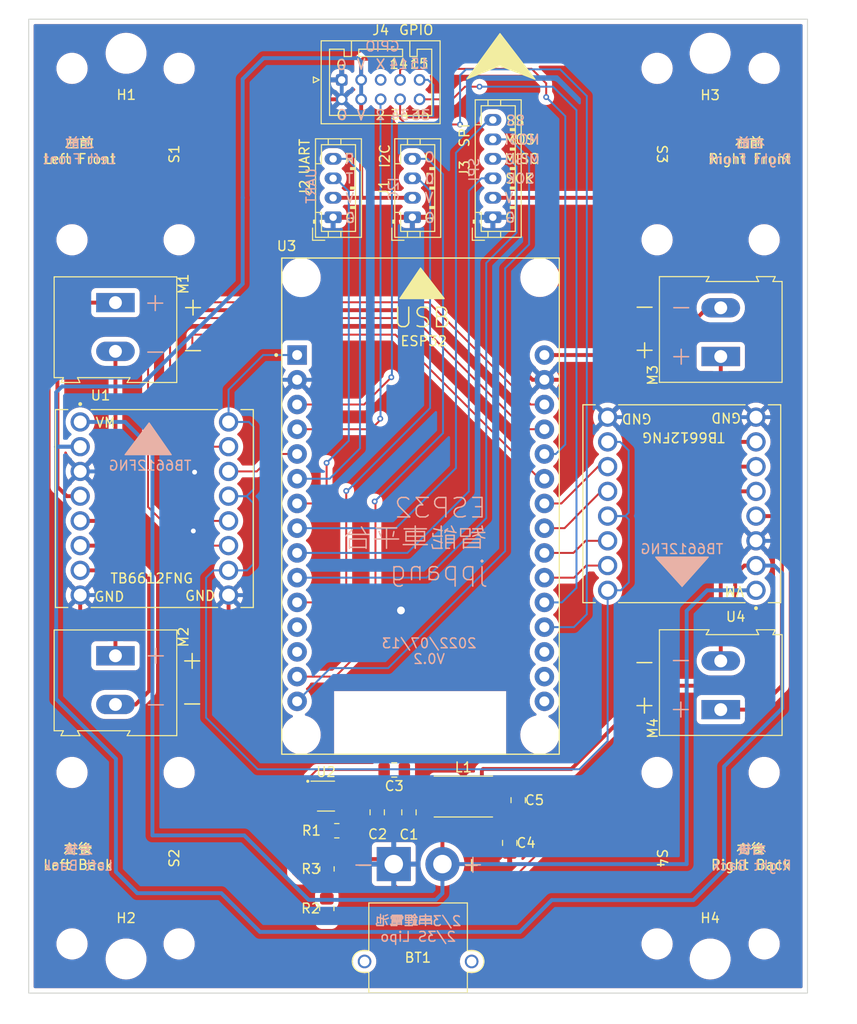
<source format=kicad_pcb>
(kicad_pcb (version 20211014) (generator pcbnew)
  (title_block (title "ESP32 Car Platform") (date "2022-07-01") (rev "V0.1") (company "jppang"))
  (layers (0 "F.Cu" signal) (31 "B.Cu" signal) (34 "B.Paste" user) (35 "F.Paste" user) (36 "B.SilkS" user "B.Silkscreen") (37 "F.SilkS" user "F.Silkscreen") (38 "B.Mask" user) (39 "F.Mask" user) (44 "Edge.Cuts" user))
  (net 0 "")
  (net 1 "+BATT")
  (net 2 "GND")
  (net 3 "Net-(C3-Pad1)")
  (net 4 "Net-(C3-Pad2)")
  (net 5 "+5V")
  (net 6 "/SDA")
  (net 7 "/SCL")
  (net 8 "/TX")
  (net 9 "/RX")
  (net 10 "/SCK")
  (net 11 "/MISO")
  (net 12 "/MOSI")
  (net 13 "/SS")
  (net 14 "/2")
  (net 15 "/15")
  (net 16 "/34")
  (net 17 "/14")
  (net 18 "/35")
  (net 19 "/LeftFrontFWD")
  (net 20 "/LeftFrontBWD")
  (net 21 "/LeftBackFWD")
  (net 22 "/LeftBackBWD")
  (net 23 "/RightFrontFWD")
  (net 24 "/RightFrontBWD")
  (net 25 "/RightBackFWD")
  (net 26 "/RightBackBWD")
  (net 27 "Net-(R1-Pad2)")
  (net 28 "Net-(R2-Pad2)")
  (net 29 "+3V3")
  (net 30 "/LBBWD")
  (net 31 "/LBFWD")
  (net 32 "/LFFWD")
  (net 33 "/LFBWD")
  (net 36 "/RFBWD")
  (net 37 "/RFFWD")
  (net 38 "/RBFWD")
  (net 39 "/RBBWD")
  (footprint "Resistor_SMD:R_0805_2012Metric_Pad1.20x1.40mm_HandSolder" (layer "F.Cu") (at 101.73 145.53 90)
    (fp_text reference "R2")
    (fp_text value "24.6K")
  )
  (footprint "Resistor_SMD:R_0805_2012Metric_Pad1.20x1.40mm_HandSolder" (layer "F.Cu") (at 102.76 137.55 180)
    (fp_text reference "R1")
    (fp_text value "200K")
  )
  (footprint "MountingHole:MountingHole_N20_Motor_2.2mm_M2" (layer "F.Cu") (at 86.56 140.37 90)
    (fp_text reference "S2")
    (fp_text value "Mounting_Jack_N20_Motor")
  )
  (footprint "Capacitor_SMD:C_0805_2012Metric_Pad1.18x1.45mm_HandSolder" (layer "F.Cu") (at 110.17 135.66 -90)
    (fp_text reference "C1")
    (fp_text value "22uF")
  )
  (footprint "Connector_JST:JST_PH_B4B-PH-K_1x04_P2.00mm_Vertical" (layer "F.Cu") (at 102.38 74.56 90)
    (fp_text reference "J2")
    (fp_text value "UART")
  )
  (footprint "MountingHole:MountingHole_3.2mm_M3" (layer "F.Cu") (at 81.11 150.72)
    (fp_text reference "H2")
    (fp_text value "MountingHole")
  )
  (footprint "MountingHole:MountingHole_N20_Motor_2.2mm_M2" (layer "F.Cu") (at 135.66 140.37 -90)
    (fp_text reference "S4")
    (fp_text value "Mounting_Jack_N20_Motor")
  )
  (footprint "MountingHole:MountingHole_3.2mm_M3" (layer "F.Cu") (at 141.11 150.72)
    (fp_text reference "H4")
    (fp_text value "MountingHole")
  )
  (footprint "MountingHole:MountingHole_3.2mm_M3" (layer "F.Cu") (at 141.11 57.72)
    (fp_text reference "H3")
    (fp_text value "MountingHole")
  )
  (footprint "TB6612FNG:MODULE_ROB-14450" (layer "F.Cu") (at 84.02 104.4666)
    (fp_text reference "U1")
    (fp_text value "TB6612FNG-Left")
  )
  (footprint "Connector_AMASS:AMASS_XT30PW-M_1x02_P2.50mm_Horizontal" (layer "F.Cu") (at 108.61 140.975 180)
    (fp_text reference "BT1")
    (fp_text value "2or3S")
  )
  (footprint "ESP32-DEVKIT-V1:MODULE_ESP32_DEVKIT_V1" (layer "F.Cu") (at 111.3825 104.22)
    (fp_text reference "U3")
    (fp_text value "ESP32-DEVKIT-V1")
  )
  (footprint "Connector_JST:JST_PH_B6B-PH-K_1x06_P2.00mm_Vertical" (layer "F.Cu") (at 118.79 74.56 90)
    (fp_text reference "J3")
    (fp_text value "SPI")
  )
  (footprint "Capacitor_SMD:C_0805_2012Metric_Pad1.18x1.45mm_HandSolder" (layer "F.Cu") (at 108.66 131.31)
    (fp_text reference "C3")
    (fp_text value "0.1uF")
  )
  (footprint "TB6612FNG:MODULE_ROB-14450" (layer "F.Cu") (at 138.2 103.9734 180)
    (fp_text reference "U4")
    (fp_text value "TB6612FNG-Right")
  )
  (footprint "MountingHole:MountingHole_3.2mm_M3" (layer "F.Cu") (at 81.11 57.72)
    (fp_text reference "H1")
    (fp_text value "MountingHole")
  )
  (footprint "Capacitor_SMD:C_0805_2012Metric_Pad1.18x1.45mm_HandSolder" (layer "F.Cu") (at 120.52 138.8 -90)
    (fp_text reference "C4")
    (fp_text value "0.1uF")
  )
  (footprint "MountingHole:MountingHole_N20_Motor_2.2mm_M2" (layer "F.Cu") (at 86.56 68.07 90)
    (fp_text reference "S1")
    (fp_text value "Mounting_Jack_N20_Motor")
  )
  (footprint "TerminalBlock:TerminalBlock_Altech_AK300-2_P5.00mm" (layer "F.Cu") (at 142.2 88.855 90)
    (fp_text reference "M3")
    (fp_text value "RightFront")
  )
  (footprint "Inductor_SMD:L_Taiyo-Yuden_NR-40xx_HandSoldering" (layer "F.Cu") (at 115.76 134.04)
    (fp_text reference "L1")
    (fp_text value "3.3uH")
  )
  (footprint "TerminalBlock:TerminalBlock_Altech_AK300-2_P5.00mm" (layer "F.Cu") (at 142.2 125.115 90)
    (fp_text reference "M4")
    (fp_text value "RightBack")
  )
  (footprint "MountingHole:MountingHole_N20_Motor_2.2mm_M2" (layer "F.Cu") (at 135.66 68.07 -90)
    (fp_text reference "S3")
    (fp_text value "Mounting_Jack_N20_Motor")
  )
  (footprint "Connector_JST:JST_PUD_B10B-PUDSS_2x05_P2.00mm_Vertical" (layer "F.Cu") (at 103.2625 60.45)
    (fp_text reference "J4")
    (fp_text value "GPIO")
  )
  (footprint "Capacitor_SMD:C_0805_2012Metric_Pad1.18x1.45mm_HandSolder" (layer "F.Cu") (at 121.39 134.41 -90)
    (fp_text reference "C5")
    (fp_text value "22uF")
  )
  (footprint "Resistor_SMD:R_0805_2012Metric_Pad1.20x1.40mm_HandSolder" (layer "F.Cu") (at 101.75 141.47 90)
    (fp_text reference "R3")
    (fp_text value "4.7K")
  )
  (footprint "TerminalBlock:TerminalBlock_Altech_AK300-2_P5.00mm" (layer "F.Cu") (at 80.02 119.585 -90)
    (fp_text reference "M2")
    (fp_text value "LeftBack")
  )
  (footprint "TerminalBlock:TerminalBlock_Altech_AK300-2_P5.00mm" (layer "F.Cu") (at 80.02 83.325 -90)
    (fp_text reference "M1")
    (fp_text value "LeftFront")
  )
  (footprint "Connector_JST:JST_PH_B4B-PH-K_1x04_P2.00mm_Vertical" (layer "F.Cu") (at 110.52 74.56 90)
    (fp_text reference "J1")
    (fp_text value "I2C")
  )
  (footprint "Package_TO_SOT_SMD:TSOT-23-6_HandSoldering" (layer "F.Cu") (at 101.65 133.97)
    (fp_text reference "U2")
    (fp_text value "PW2312")
  )
  (footprint "Capacitor_SMD:C_0805_2012Metric_Pad1.18x1.45mm_HandSolder" (layer "F.Cu") (at 106.91 135.66 -90)
    (fp_text reference "C2")
    (fp_text value "0.1uF")
  )
  (gr_poly (pts (xy 138.23 112.47) (xy 135.51 109.45) (xy 140.92 109.45)) (layer "B.SilkS") (width 0.12) (fill solid))
  (gr_poly (pts (xy 85.75 98.94) (xy 81.01 98.94) (xy 83.48 95.68)) (layer "B.SilkS") (width 0.12) (fill solid))
  (gr_poly (pts (xy 85.65 98.9) (xy 81.12 98.9) (xy 83.45 95.76)) (layer "F.SilkS") (width 0.12) (fill solid))
  (gr_poly (pts (xy 138.18 112.34) (xy 135.59 109.56) (xy 140.8 109.56)) (layer "F.SilkS") (width 0.12) (fill solid))
  (gr_poly (pts (xy 113.79 82.91) (xy 109.24 82.91) (xy 111.36 79.77)) (layer "F.SilkS") (width 0.12) (fill solid))
  (gr_poly (pts (xy 123.12 60.39) (xy 119.49 58.99) (xy 116.14 60.35) (xy 119.52 55.7)) (layer "F.SilkS") (width 0.12) (fill solid))
  (gr_rect locked (start 71.11 54.22) (end 151.11 154.22) (layer "Edge.Cuts") (width 0.1) (fill none))
  (gr_text "2" (at 107.21 64.06) (layer "B.SilkS") (effects (font (size 1 1)) (justify mirror)))
  (gr_text "+" (at 84.11 83.53 180) (layer "B.SilkS") (effects (font (size 2 2)) (justify mirror)))
  (gr_text "R" (at 104.07 68.58) (layer "B.SilkS") (effects (font (size 1 1)) (justify mirror)))
  (gr_text "+" (at 138.14 88.72) (layer "B.SilkS") (effects (font (size 2 2)) (justify mirror)))
  (gr_text "-" (at 138.1 119.92) (layer "B.SilkS") (effects (font (size 2 2)) (justify mirror)))
  (gr_text "C" (at 112.33 68.4) (layer "B.SilkS") (effects (font (size 1 1)) (justify mirror)))
  (gr_text "D" (at 112.32 70.63) (layer "B.SilkS") (effects (font (size 1 1)) (justify mirror)))
  (gr_text "I2C" (at 108.59 71.66 90) (layer "B.SilkS") (effects (font (size 1 1)) (justify mirror)))
  (gr_text "SPI" (at 116.86 69.67 90) (layer "B.SilkS") (effects (font (size 1 1)) (justify mirror)))
  (gr_text "TB6612FNG" (at 83.58 100.06) (layer "B.SilkS") (effects (font (size 1 1)) (justify mirror)))
  (gr_text "-" (at 84.17 124.78 180) (layer "B.SilkS") (effects (font (size 2 2)) (justify mirror)))
  (gr_text "SCK" (at 121.62 70.59) (layer "B.SilkS") (effects (font (size 1 1)) (justify mirror)))
  (gr_text "右前\nRight Front" (at 145.237143 67.79) (layer "B.SilkS") (effects (font (size 1 1)) (justify mirror)))
  (gr_text "+" (at 84.17 119.75 180) (layer "B.SilkS") (effects (font (size 2 2)) (justify mirror)))
  (gr_text "V" (at 105.27 64.08) (layer "B.SilkS") (effects (font (size 1 1)) (justify mirror)))
  (gr_text "14" (at 109.1 58.82) (layer "B.SilkS") (effects (font (size 1 1)) (justify mirror)))
  (gr_text "G" (at 103.28 58.92) (layer "B.SilkS") (effects (font (size 1 1)) (justify mirror)))
  (gr_text "V" (at 104.1 72.6) (layer "B.SilkS") (effects (font (size 1 1)) (justify mirror)))
  (gr_text "2/3串鋰電池\n2/3S Lipo" (at 111.11 147.63) (layer "B.SilkS") (effects (font (size 1 1)) (justify mirror)))
  (gr_text "V" (at 120.44 72.59) (layer "B.SilkS") (effects (font (size 1 1)) (justify mirror)))
  (gr_text "TB6612FNG" (at 138.21 108.63) (layer "B.SilkS") (effects (font (size 1 1)) (justify mirror)))
  (gr_text "左後\nLeft Back" (at 76.19 140.33) (layer "B.SilkS") (effects (font (size 1 1)) (justify mirror)))
  (gr_text "V" (at 105.26 58.89) (layer "B.SilkS") (effects (font (size 1 1)) (justify mirror)))
  (gr_text "2022/07/13\nV0.2" (at 112.24 119.11) (layer "B.SilkS") (effects (font (size 1 1)) (justify mirror)))
  (gr_text "MOSI" (at 121.79 66.59) (layer "B.SilkS") (effects (font (size 1 1)) (justify mirror)))
  (gr_text "+" (at 138.1 124.95) (layer "B.SilkS") (effects (font (size 2 2)) (justify mirror)))
  (gr_text "SS" (at 121.14 64.63) (layer "B.SilkS") (effects (font (size 1 1)) (justify mirror)))
  (gr_text "T" (at 104.05 70.57) (layer "B.SilkS") (effects (font (size 1 1)) (justify mirror)))
  (gr_text "+" (at 116.74 140.89) (layer "B.SilkS") (effects (font (size 2 2)) (justify mirror)))
  (gr_text "34" (at 109.24 64.07) (layer "B.SilkS") (effects (font (size 1 1)) (justify mirror)))
  (gr_text "V" (at 112.23 72.56) (layer "B.SilkS") (effects (font (size 1 1)) (justify mirror)))
  (gr_text "ESP32\n智能車平台\njppang" (at 118.25 107.63) (layer "B.SilkS") (effects (font (size 2 2)) (justify left mirror)))
  (gr_text "-" (at 84.11 88.56 180) (layer "B.SilkS") (effects (font (size 2 2)) (justify mirror)))
  (gr_text "-" (at 138.14 83.69) (layer "B.SilkS") (effects (font (size 2 2)) (justify mirror)))
  (gr_text "G" (at 103.35 64.05) (layer "B.SilkS") (effects (font (size 1 1)) (justify mirror)))
  (gr_text "MISO" (at 121.81 68.61) (layer "B.SilkS") (effects (font (size 1 1)) (justify mirror)))
  (gr_text "X" (at 107.25 58.85) (layer "B.SilkS") (effects (font (size 1 1)) (justify mirror)))
  (gr_text "G" (at 112.34 74.63) (layer "B.SilkS") (effects (font (size 1 1)) (justify mirror)))
  (gr_text "右後\nRight Back" (at 145.38 140.33) (layer "B.SilkS") (effects (font (size 1 1)) (justify mirror)))
  (gr_text "左前\nLeft Front" (at 76.332857 67.79) (layer "B.SilkS") (effects (font (size 1 1)) (justify mirror)))
  (gr_text "UART" (at 100.14 71.33 90) (layer "B.SilkS") (effects (font (size 1 1)) (justify mirror)))
  (gr_text "35" (at 111.37 64.07) (layer "B.SilkS") (effects (font (size 1 1)) (justify mirror)))
  (gr_text "15" (at 111.25 58.78) (layer "B.SilkS") (effects (font (size 1 1)) (justify mirror)))
  (gr_text "-" (at 105.49 140.92) (layer "B.SilkS") (effects (font (size 2 2)) (justify mirror)))
  (gr_text "G" (at 104.16 74.64) (layer "B.SilkS") (effects (font (size 1 1)) (justify mirror)))
  (gr_text "GPIO" (at 107.45 57.02) (layer "B.SilkS") (effects (font (size 1 1)) (justify mirror)))
  (gr_text "G" (at 120.6 74.6) (layer "B.SilkS") (effects (font (size 1 1)) (justify mirror)))
  (gr_text "-" (at 134.38 83.64) (layer "F.SilkS") (effects (font (size 2 2))))
  (gr_text "VM" (at 79 95.65) (layer "F.SilkS") (effects (font (size 1 1))))
  (gr_text "+" (at 134.36 124.55) (layer "F.SilkS") (effects (font (size 2 2))))
  (gr_text "UART" (at 99.45 68.33 90) (layer "F.SilkS") (effects (font (size 1 1))))
  (gr_text "I2C" (at 107.69 68.27 90) (layer "F.SilkS") (effects (font (size 1 1))))
  (gr_text "GND" (at 142.76 95.14 180) (layer "F.SilkS") (effects (font (size 1 1))))
  (gr_text "TB6612FNG" (at 83.75 111.64) (layer "F.SilkS") (effects (font (size 1 1))))
  (gr_text "V\n" (at 120.46 72.57) (layer "F.SilkS") (effects (font (size 1 1))))
  (gr_text "G" (at 120.54 74.6) (layer "F.SilkS") (effects (font (size 1 1))))
  (gr_text "VM" (at 143.6 112.95 180) (layer "F.SilkS") (effects (font (size 1 1))))
  (gr_text "T" (at 104.06 70.57) (layer "F.SilkS") (effects (font (size 1 1))))
  (gr_text "ESP32" (at 111.69 87.28) (layer "F.SilkS") (effects (font (size 1 1))))
  (gr_text "SS" (at 121.09 64.63) (layer "F.SilkS") (effects (font (size 1 1))))
  (gr_text "V" (at 105.25 64.09) (layer "F.SilkS") (effects (font (size 1 1))))
  (gr_text "-" (at 87.99 88.41 180) (layer "F.SilkS") (effects (font (size 2 2))))
  (gr_text "-" (at 87.9 124.69 180) (layer "F.SilkS") (effects (font (size 2 2))))
  (gr_text "GND" (at 79.4 113.52) (layer "F.SilkS") (effects (font (size 1 1))))
  (gr_text "34" (at 109.25 64.04) (layer "F.SilkS") (effects (font (size 1 1))))
  (gr_text "右前\nRight Front" (at 145.157143 67.77) (layer "F.SilkS") (effects (font (size 1 1))))
  (gr_text "R" (at 104.05 68.57) (layer "F.SilkS") (effects (font (size 1 1))))
  (gr_text "35" (at 111.38 64.07) (layer "F.SilkS") (effects (font (size 1 1))))
  (gr_text "左後\nLeft Back" (at 76.18 140.25) (layer "F.SilkS") (effects (font (size 1 1))))
  (gr_text "SCK" (at 121.56 70.59) (layer "F.SilkS") (effects (font (size 1 1))))
  (gr_text "GPIO" (at 110.92 55.33) (layer "F.SilkS") (effects (font (size 1 1))))
  (gr_text "+" (at 134.38 88.06) (layer "F.SilkS") (effects (font (size 2 2))))
  (gr_text "GND" (at 133.57 95.23 180) (layer "F.SilkS") (effects (font (size 1 1))))
  (gr_text "SPI" (at 115.87 66.15 90) (layer "F.SilkS") (effects (font (size 1 1))))
  (gr_text "2" (at 107.24 64.06) (layer "F.SilkS") (effects (font (size 1 1))))
  (gr_text "+" (at 87.9 120.27 180) (layer "F.SilkS") (effects (font (size 2 2))))
  (gr_text "-" (at 134.36 120.13) (layer "F.SilkS") (effects (font (size 2 2))))
  (gr_text "D" (at 112.29 70.61) (layer "F.SilkS") (effects (font (size 1 1))))
  (gr_text "V" (at 104.09 72.61) (layer "F.SilkS") (effects (font (size 1 1))))
  (gr_text "G" (at 103.19 58.91) (layer "F.SilkS") (effects (font (size 1 1))))
  (gr_text "USB" (at 111.53 84.87) (layer "F.SilkS") (effects (font (size 2 2))))
  (gr_text "+" (at 87.99 83.99 180) (layer "F.SilkS") (effects (font (size 2 2))))
  (gr_text "15" (at 111.22 58.8) (layer "F.SilkS") (effects (font (size 1 1))))
  (gr_text "MOSI" (at 121.78 66.58) (layer "F.SilkS") (effects (font (size 1 1))))
  (gr_text "G" (at 112.24 74.62) (layer "F.SilkS") (effects (font (size 1 1))))
  (gr_text "V" (at 112.24 72.56) (layer "F.SilkS") (effects (font (size 1 1))))
  (gr_text "G" (at 104.11 74.62) (layer "F.SilkS") (effects (font (size 1 1))))
  (gr_text "V" (at 105.27 58.84) (layer "F.SilkS") (effects (font (size 1 1))))
  (gr_text "14" (at 109.12 58.82) (layer "F.SilkS") (effects (font (size 1 1))))
  (gr_text "C" (at 112.23 68.4) (layer "F.SilkS") (effects (font (size 1 1))))
  (gr_text "X" (at 107.25 58.85) (layer "F.SilkS") (effects (font (size 1 1))))
  (gr_text "左前\nLeft Front" (at 76.322857 67.77) (layer "F.SilkS") (effects (font (size 1 1))))
  (gr_text "MISO" (at 121.78 68.56) (layer "F.SilkS") (effects (font (size 1 1))))
  (gr_text "G" (at 103.22 64.07) (layer "F.SilkS") (effects (font (size 1 1))))
  (gr_text "TB6612FNG" (at 138.38 97.16 180) (layer "F.SilkS") (effects (font (size 1 1))))
  (gr_text "GND" (at 88.71 113.43) (layer "F.SilkS") (effects (font (size 1 1))))
  (gr_text "右後\nRight Back" (at 145.3 140.25) (layer "F.SilkS") (effects (font (size 1 1))))
  (segment (start 111.7 135.06) (end 111.2625 134.6225) (width 0.4) (layer "F.Cu") (net 1))
  (segment (start 113.61 138.47) (end 111.7 136.56) (width 0.4) (layer "F.Cu") (net 1))
  (segment (start 111.7 136.56) (end 111.7 135.06) (width 0.4) (layer "F.Cu") (net 1))
  (segment (start 110.17 134.6225) (end 106.91 134.6225) (width 0.4) (layer "F.Cu") (net 1))
  (segment (start 105.16 136.15) (end 105.16 133.97) (width 0.2) (layer "F.Cu") (net 1))
  (segment (start 106.91 134.6225) (end 106.2575 133.97) (width 0.4) (layer "F.Cu") (net 1))
  (segment (start 111.2625 134.6225) (end 110.17 134.6225) (width 0.4) (layer "F.Cu") (net 1))
  (segment (start 113.61 140.975) (end 113.61 138.47) (width 0.4) (layer "F.Cu") (net 1))
  (segment (start 103.76 137.55) (end 105.16 136.15) (width 0.2) (layer "F.Cu") (net 1))
  (segment (start 105.16 133.97) (end 103.36 133.97) (width 0.4) (layer "F.Cu") (net 1))
  (segment (start 106.2575 133.97) (end 105.16 133.97) (width 0.4) (layer "F.Cu") (net 1))
  (segment (start 83.82 138.03) (end 83.82 98.39) (width 0.4) (layer "B.Cu") (net 1))
  (segment (start 138.7 140.975) (end 138.7 114.97) (width 0.4) (layer "B.Cu") (net 1))
  (segment (start 113.61 143.97) (end 112.93 144.65) (width 0.4) (layer "B.Cu") (net 1))
  (segment (start 83.82 98.39) (end 81.0066 95.5766) (width 0.4) (layer "B.Cu") (net 1))
  (segment (start 140.8066 112.8634) (end 145.82 112.8634) (width 0.4) (layer "B.Cu") (net 1))
  (segment (start 113.61 140.975) (end 113.61 143.97) (width 0.4) (layer "B.Cu") (net 1))
  (segment (start 112.93 144.65) (end 99.87 144.65) (width 0.4) (layer "B.Cu") (net 1))
  (segment (start 93.25 138.03) (end 83.82 138.03) (width 0.4) (layer "B.Cu") (net 1))
  (segment (start 81.0066 95.5766) (end 76.4 95.5766) (width 0.4) (layer "B.Cu") (net 1))
  (segment (start 138.7 114.97) (end 140.8066 112.8634) (width 0.4) (layer "B.Cu") (net 1))
  (segment (start 113.61 140.975) (end 138.7 140.975) (width 0.4) (layer "B.Cu") (net 1))
  (segment (start 99.87 144.65) (end 93.25 138.03) (width 0.4) (layer "B.Cu") (net 1))
  (segment (start 97.65 133.97) (end 99.94 133.97) (width 0.4) (layer "F.Cu") (net 2))
  (segment (start 121.39 135.4475) (end 122.64 136.6975) (width 0.4) (layer "F.Cu") (net 2))
  (segment (start 110.52 74.56) (end 118.79 74.56) (width 0.4) (layer "F.Cu") (net 2))
  (segment (start 76.4 128.01) (end 76.43 128.04) (width 0.4) (layer "F.Cu") (net 2))
  (segment (start 101.76 140.46) (end 108.095 140.46) (width 0.4) (layer "F.Cu") (net 2))
  (segment (start 99.94 133.97) (end 101.39 133.97) (width 0.4) (layer "F.Cu") (net 2))
  (segment (start 108.61 138.5) (end 108.61 140.975) (width 0.4) (layer "F.Cu") (net 2))
  (segment (start 108.095 140.46) (end 108.61 140.975) (width 0.4) (layer "F.Cu") (net 2))
  (segment (start 118.79 87.18) (end 122.855 91.245) (width 0.4) (layer "F.Cu") (net 2))
  (segment (start 99.45 73.52) (end 100.49 74.56) (width 0.4) (layer "F.Cu") (net 2))
  (segment (start 124.0825 91.245) (end 126.7416 91.245) (width 0.4) (layer "F.Cu") (net 2))
  (segment (start 119.9825 139.8375) (end 115.9 143.92) (width 0.4) (layer "F.Cu") (net 2))
  (segment (start 118.79 74.56) (end 116.86 74.56) (width 0.4) (layer "F.Cu") (net 2))
  (segment (start 100.49 74.56) (end 102.38 74.56) (width 0.4) (layer "F.Cu") (net 2))
  (segment (start 108.61 138.2575) (end 108.61 138.5) (width 0.4) (layer "F.Cu") (net 2))
  (segment (start 126.7416 91.245) (end 130.58 95.0834) (width 0.4) (layer "F.Cu") (net 2))
  (segment (start 99.45 63.93) (end 99.45 73.52) (width 0.4) (layer "F.Cu") (net 2))
  (segment (start 76.43 128.04) (end 91.64 128.04) (width 0.4) (layer "F.Cu") (net 2))
  (segment (start 115.9 143.92) (end 109.41 143.92) (width 0.4) (layer "F.Cu") (net 2))
  (segment (start 91.64 121.52) (end 91.64 113.3566) (width 0.4) (layer "F.Cu") (net 2))
  (segment (start 106.91 136.6975) (end 108.61 138.3975) (width 0.4) (layer "F.Cu") (net 2))
  (segment (start 121.5025 139.8375) (end 120.52 139.8375) (width 0.4) (layer "F.Cu") (net 2))
  (segment (start 102.38 74.56) (end 110.52 74.56) (width 0.4) (layer "F.Cu") (net 2))
  (segment (start 76.4 113.3566) (end 76.4 128.01) (width 0.4) (layer "F.Cu") (net 2))
  (segment (start 108.61 138.3975) (end 108.61 138.5) (width 0.4) (layer "F.Cu") (net 2))
  (segment (start 122.855 91.245) (end 124.0825 91.245) (width 0.4) (layer "F.Cu") (net 2))
  (segment (start 120.52 139.8375) (end 119.9825 139.8375) (width 0.4) (layer "F.Cu") (net 2))
  (segment (start 108.61 143.12) (end 108.61 140.975) (width 0.4) (layer "F.Cu") (net 2))
  (segment (start 109.41 143.92) (end 108.61 143.12) (width 0.4) (layer "F.Cu") (net 2))
  (segment (start 100.06 140.47) (end 101.75 140.47) (width 0.4) (layer "F.Cu") (net 2))
  (segment (start 101.75 140.47) (end 101.76 140.46) (width 0.4) (layer "F.Cu") (net 2))
  (segment (start 99.72 140.13) (end 100.06 140.47) (width 0.4) (layer "F.Cu") (net 2))
  (segment (start 122.64 138.7) (end 121.5025 139.8375) (width 0.4) (layer "F.Cu") (net 2))
  (segment (start 106.07 74.55) (end 106.08 74.56) (width 0.4) (layer "F.Cu") (net 2))
  (segment (start 106.08 74.56) (end 110.52 74.56) (width 0.4) (layer "F.Cu") (net 2))
  (segment (start 91.64 121.52) (end 91.64 127.96) (width 0.4) (layer "F.Cu") (net 2))
  (segment (start 101.39 133.97) (end 101.66 134.24) (width 0.4) (layer "F.Cu") (net 2))
  (segment (start 101.66 134.24) (end 101.66 135.42) (width 0.4) (layer "F.Cu") (net 2))
  (segment (start 103.2625 62.45) (end 100.93 62.45) (width 0.4) (layer "F.Cu") (net 2))
  (segment (start 110.17 136.6975) (end 108.61 138.2575) (width 0.4) (layer "F.Cu") (net 2))
  (segment (start 122.64 136.6975) (end 122.64 138.7) (width 0.4) (layer "F.Cu") (net 2))
  (segment (start 100.93 62.45) (end 99.45 63.93) (width 0.4) (layer "F.Cu") (net 2))
  (segment (start 97.17 133.49) (end 97.65 133.97) (width 0.4) (layer "F.Cu") (net 2))
  (segment (start 118.79 74.56) (end 118.79 87.18) (width 0.4) (layer "F.Cu") (net 2))
  (segment (start 91.64 128.04) (end 91.64 121.52) (width 0.4) (layer "F.Cu") (net 2))
  (segment (start 101.66 135.42) (end 99.72 137.36) (width 0.4) (layer "F.Cu") (net 2))
  (segment (start 99.72 137.36) (end 99.72 140.13) (width 0.4) (layer "F.Cu") (net 2))
  (segment (start 91.64 127.96) (end 97.52 133.84) (width 0.4) (layer "F.Cu") (net 2))
  (via (at 88.15 100.73) (size 0.8) (drill 0.5) (layers "F.Cu" "B.Cu") (net 2))
  (via (at 88.02 106.77) (size 0.8) (drill 0.5) (layers "F.Cu" "B.Cu") (net 2))
  (via (at 109.35 114.93) (size 1.2) (drill 0.8) (layers "F.Cu" "B.Cu") (net 2))
  (segment (start 147.7434 95.0834) (end 148.51 95.85) (width 0.4) (layer "B.Cu") (net 2))
  (segment (start 96.885 91.245) (end 95.47 92.66) (width 0.4) (layer "B.Cu") (net 2))
  (segment (start 76.4 100.6566) (end 79.0166 100.6566) (width 0.4) (layer "B.Cu") (net 2))
  (segment (start 95.47 111.26) (end 93.3734 113.3566) (width 0.4) (layer "B.Cu") (net 2))
  (segment (start 148.51 106.65) (end 147.3766 107.7834) (width 0.4) (layer "B.Cu") (net 2))
  (segment (start 79.0334 113.3566) (end 76.4 113.3566) (width 0.4) (layer "B.Cu") (net 2))
  (segment (start 145.82 95.0834) (end 147.7434 95.0834) (width 0.4) (layer "B.Cu") (net 2))
  (segment (start 95.47 92.66) (end 95.47 111.26) (width 0.4) (layer "B.Cu") (net 2))
  (segment (start 93.3734 113.3566) (end 91.64 113.3566) (width 0.4) (layer "B.Cu") (net 2))
  (segment (start 147.3766 107.7834) (end 145.82 107.7834) (width 0.4) (layer "B.Cu") (net 2))
  (segment (start 79.66 112.73) (end 79.0334 113.3566) (width 0.4) (layer "B.Cu") (net 2))
  (segment (start 102.38 89.23) (end 100.365 91.245) (width 0.4) (layer "B.Cu") (net 2))
  (segment (start 103.2625 60.45) (end 103.2625 62.45) (width 0.4) (layer "B.Cu") (net 2))
  (segment (start 102.38 74.56) (end 102.38 89.23) (width 0.4) (layer "B.Cu") (net 2))
  (segment (start 79.0166 100.6566) (end 79.66 101.3) (width 0.4) (layer "B.Cu") (net 2))
  (segment (start 100.365 91.245) (end 98.6825 91.245) (width 0.4) (layer "B.Cu") (net 2))
  (segment (start 79.66 101.3) (end 79.66 112.73) (width 0.4) (layer "B.Cu") (net 2))
  (segment (start 148.51 95.85) (end 148.51 106.65) (width 0.4) (layer "B.Cu") (net 2))
  (segment (start 130.58 95.0834) (end 145.82 95.0834) (width 0.4) (layer "B.Cu") (net 2))
  (segment (start 98.6825 91.245) (end 96.885 91.245) (width 0.4) (layer "B.Cu") (net 2))
  (segment (start 107.6225 131.31) (end 100.7 131.31) (width 0.2) (layer "F.Cu") (net 3))
  (segment (start 99.94 132.07) (end 99.94 133.02) (width 0.2) (layer "F.Cu") (net 3))
  (segment (start 100.7 131.31) (end 99.94 132.07) (width 0.2) (layer "F.Cu") (net 3))
  (segment (start 103.36 133.02) (end 109.7 133.02) (width 0.4) (layer "F.Cu") (net 4))
  (segment (start 109.7 133.02) (end 112.84 133.02) (width 0.4) (layer "F.Cu") (net 4))
  (segment (start 112.84 133.02) (end 113.86 134.04) (width 0.4) (layer "F.Cu") (net 4))
  (segment (start 109.6975 131.31) (end 109.7 131.3125) (width 0.2) (layer "F.Cu") (net 4))
  (segment (start 109.7 131.3125) (end 109.7 133.02) (width 0.2) (layer "F.Cu") (net 4))
  (segment (start 130.76 61.25) (end 130.76 72.54) (width 0.4) (layer "F.Cu") (net 5))
  (segment (start 146.01 121.25) (end 146.01 116.62) (width 0.4) (layer "F.Cu") (net 5))
  (segment (start 120.52 137.7625) (end 120.52 136.94) (width 0.4) (layer "F.Cu") (net 5))
  (segment (start 119.04 134.04) (end 117.66 134.04) (width 0.4) (layer "F.Cu") (net 5))
  (segment (start 127.79 58.28) (end 130.76 61.25) (width 0.4) (layer "F.Cu") (net 5))
  (segment (start 116.78 146.53) (end 124.01 139.3) (width 0.2) (layer "F.Cu") (net 5))
  (segment (start 143.68 111.27) (end 144.6266 110.3234) (width 0.4) (layer "F.Cu") (net 5))
  (segment (start 119.8 134.8) (end 119.04 134.04) (width 0.4) (layer "F.Cu") (net 5))
  (segment (start 135.42 93.52) (end 135.42 122.67) (width 0.4) (layer "F.Cu") (net 5))
  (segment (start 144.6 122.66) (end 146.01 121.25) (width 0.4) (layer "F.Cu") (net 5))
  (segment (start 135.42 122.67) (end 137.68 122.67) (width 0.4) (layer "F.Cu") (net 5))
  (segment (start 119.8 136.22) (end 119.8 134.8) (width 0.4) (layer "F.Cu") (net 5))
  (segment (start 120.52 136.94) (end 119.8 136.22) (width 0.4) (layer "F.Cu") (net 5))
  (segment (start 124.0825 88.705) (end 130.605 88.705) (width 0.4) (layer "F.Cu") (net 5))
  (segment (start 144.6266 110.3234) (end 145.82 110.3234) (width 0.4) (layer "F.Cu") (net 5))
  (segment (start 121.39 133.3725) (end 119.8375 133.3725) (width 0.4) (layer "F.Cu") (net 5))
  (segment (start 124.01 134.57) (end 122.8125 133.3725) (width 0.2) (layer "F.Cu") (net 5))
  (segment (start 105.2625 58.4975) (end 105.48 58.28) (width 0.4) (layer "F.Cu") (net 5))
  (segment (start 105.09 72.56) (end 110.52 72.56) (width 0.4) (layer "F.Cu") (net 5))
  (segment (start 146.01 116.62) (end 143.68 114.29) (width 0.4) (layer "F.Cu") (net 5))
  (segment (start 122.8125 133.3725) (end 121.39 133.3725) (width 0.2) (layer "F.Cu") (net 5))
  (segment (start 119.8375 133.3725) (end 119.17 134.04) (width 0.4) (layer "F.Cu") (net 5))
  (segment (start 105.2625 72.3875) (end 105.09 72.56) (width 0.4) (layer "F.Cu") (net 5))
  (segment (start 130.76 88.55) (end 130.605 88.705) (width 0.4) (layer "F.Cu") (net 5))
  (segment (start 124.01 139.3) (end 124.01 134.57) (width 0.2) (layer "F.Cu") (net 5))
  (segment (start 135.41 122.66) (end 144.6 122.66) (width 0.4) (layer "F.Cu") (net 5))
  (segment (start 117.66 131.34) (end 117.79 131.21) (width 0.4) (layer "F.Cu") (net 5))
  (segment (start 118.79 72.56) (end 130.74 72.56) (width 0.4) (layer "F.Cu") (net 5))
  (segment (start 130.74 72.56) (end 130.76 72.54) (width 0.4) (layer "F.Cu") (net 5))
  (segment (start 119.17 134.04) (end 117.66 134.04) (width 0.4) (layer "F.Cu") (net 5))
  (segment (start 126.86 131.21) (end 135.41 122.66) (width 0.4) (layer "F.Cu") (net 5))
  (segment (start 130.605 88.705) (end 135.42 93.52) (width 0.4) (layer "F.Cu") (net 5))
  (segment (start 130.76 72.54) (end 130.76 88.55) (width 0.4) (layer "F.Cu") (net 5))
  (segment (start 117.79 131.21) (end 126.86 131.21) (width 0.4) (layer "F.Cu") (net 5))
  (segment (start 102.38 72.56) (end 105.09 72.56) (width 0.4) (layer "F.Cu") (net 5))
  (segment (start 105.2625 60.45) (end 105.2625 58.4975) (width 0.4) (layer "F.Cu") (net 5))
  (segment (start 143.68 114.29) (end 143.68 111.27) (width 0.4) (layer "F.Cu") (net 5))
  (segment (start 101.73 146.53) (end 116.78 146.53) (width 0.2) (layer "F.Cu") (net 5))
  (segment (start 105.2625 62.45) (end 105.2625 72.3875) (width 0.4) (layer "F.Cu") (net 5))
  (segment (start 117.66 134.04) (end 117.66 131.34) (width 0.4) (layer "F.Cu") (net 5))
  (segment (start 105.48 58.28) (end 127.79 58.28) (width 0.4) (layer "F.Cu") (net 5))
  (segment (start 105.2625 58.7125) (end 105.2625 60.45) (width 0.4) (layer "F.Cu") (net 5))
  (segment (start 142.54 141.52) (end 139.39 144.67) (width 0.4) (layer "B.Cu") (net 5))
  (segment (start 121.57 147.94) (end 94.87 147.94) (width 0.4) (layer "B.Cu") (net 5))
  (segment (start 93.09 72.53) (end 93.09 60.37) (width 0.4) (layer "B.Cu") (net 5))
  (segment (start 148.52 111.14) (end 148.52 124.98) (width 0.4) (layer "B.Cu") (net 5))
  (segment (start 142.54 130.96) (end 142.54 141.52) (width 0.4) (layer "B.Cu") (net 5))
  (segment (start 80.07 141.77) (end 80.07 130.17) (width 0.4) (layer "B.Cu") (net 5))
  (segment (start 73.93 98.1332) (end 73.9466 98.1166) (width 0.4) (layer "B.Cu") (net 5))
  (segment (start 124.84 144.67) (end 121.57 147.94) (width 0.4) (layer "B.Cu") (net 5))
  (segment (start 76.4 98.1166) (end 73.93 98.1166) (width 0.4) (layer "B.Cu") (net 5))
  (segment (start 73.93 92.53) (end 74.53 91.93) (width 0.4) (layer "B.Cu") (net 5))
  (segment (start 105.2625 58.5675) (end 105.2625 60.45) (width 0.4) (layer "B.Cu") (net 5))
  (segment (start 93.12 72.56) (end 93.09 72.53) (width 0.4) (layer "B.Cu") (net 5))
  (segment (start 93.09 60.37) (end 95.24 58.22) (width 0.4) (layer "B.Cu") (net 5))
  (segment (start 93.09 81.39) (end 93.09 72.53) (width 0.4) (layer "B.Cu") (net 5))
  (segment (start 73.93 98.1166) (end 73.93 92.53) (width 0.4) (layer "B.Cu") (net 5))
  (segment (start 90.89 143.96) (end 82.26 143.96) (width 0.4) (layer "B.Cu") (net 5))
  (segment (start 148.52 124.98) (end 142.54 130.96) (width 0.4) (layer "B.Cu") (net 5))
  (segment (start 74.53 91.93) (end 82.55 91.93) (width 0.4) (layer "B.Cu") (net 5))
  (segment (start 82.26 143.96) (end 80.07 141.77) (width 0.4) (layer "B.Cu") (net 5))
  (segment (start 73.93 124.03) (end 73.93 98.1332) (width 0.4) (layer "B.Cu") (net 5))
  (segment (start 104.915 58.22) (end 105.2625 58.5675) (width 0.4) (layer "B.Cu") (net 5))
  (segment (start 73.9466 98.1166) (end 76.4 98.1166) (width 0.4) (layer "B.Cu") (net 5))
  (segment (start 80.07 130.17) (end 73.93 124.03) (width 0.4) (layer "B.Cu") (net 5))
  (segment (start 145.82 110.3234) (end 147.7034 110.3234) (width 0.4) (layer "B.Cu") (net 5))
  (segment (start 147.7034 110.3234) (end 148.52 111.14) (width 0.4) (layer "B.Cu") (net 5))
  (segment (start 105.2625 60.45) (end 105.2625 62.45) (width 0.4) (layer "B.Cu") (net 5))
  (segment (start 82.55 91.93) (end 93.09 81.39) (width 0.4) (layer "B.Cu") (net 5))
  (segment (start 94.87 147.94) (end 90.89 143.96) (width 0.4) (layer "B.Cu") (net 5))
  (segment (start 95.24 58.22) (end 104.915 58.22) (width 0.4) (layer "B.Cu") (net 5))
  (segment (start 139.39 144.67) (end 124.84 144.67) (width 0.4) (layer "B.Cu") (net 5))
  (segment (start 102.375 114.105) (end 98.6825 114.105) (width 0.2) (layer "F.Cu") (net 6))
  (segment (start 111.31 70.56) (end 110.52 70.56) (width 0.2) (layer "F.Cu") (net 6))
  (segment (start 103.73 112.75) (end 102.375 114.105) (width 0.2) (layer "F.Cu") (net 6))
  (segment (start 110.52 70.56) (end 111.1 70.56) (width 0.2) (layer "F.Cu") (net 6))
  (segment (start 103.73 102.66) (end 103.73 112.75) (width 0.2) (layer "F.Cu") (net 6))
  (via (at 103.73 102.66) (size 0.6) (drill 0.3) (layers "F.Cu" "B.Cu") (net 6))
  (segment (start 112.34 71.83) (end 112.34 94.15) (width 0.2) (layer "B.Cu") (net 6))
  (segment (start 111.07 70.56) (end 112.34 71.83) (width 0.2) (layer "B.Cu") (net 6))
  (segment (start 110.52 70.56) (end 111.07 70.56) (width 0.2) (layer "B.Cu") (net 6))
  (segment (start 112.34 94.15) (end 103.83 102.66) (width 0.2) (layer "B.Cu") (net 6))
  (segment (start 103.83 102.66) (end 103.73 102.66) (width 0.2) (layer "B.Cu") (net 6))
  (segment (start 106.73 117.6) (end 106.73 103.82) (width 0.2) (layer "F.Cu") (net 7))
  (segment (start 102.605 121.725) (end 106.73 117.6) (width 0.2) (layer "F.Cu") (net 7))
  (segment (start 106.73 103.82) (end 106.65 103.74) (width 0.2) (layer "F.Cu") (net 7))
  (segment (start 98.6825 121.725) (end 102.605 121.725) (width 0.2) (layer "F.Cu") (net 7))
  (via (at 106.65 103.74) (size 0.6) (drill 0.3) (layers "F.Cu" "B.Cu") (net 7))
  (segment (start 110.52 68.56) (end 112.09 68.56) (width 0.2) (layer "B.Cu") (net 7))
  (segment (start 113.67 70.14) (end 113.67 96.72) (width 0.2) (layer "B.Cu") (net 7))
  (segment (start 112.09 68.56) (end 113.67 70.14) (width 0.2) (layer "B.Cu") (net 7))
  (segment (start 113.67 96.72) (end 106.65 103.74) (width 0.2) (layer "B.Cu") (net 7))
  (segment (start 100.345 103.945) (end 98.6825 103.945) (width 0.2) (layer "F.Cu") (net 8))
  (segment (start 101.71 99.78) (end 101.71 102.58) (width 0.2) (layer "F.Cu") (net 8))
  (segment (start 102.38 70.56) (end 101.75 70.56) (width 0.2) (layer "F.Cu") (net 8))
  (segment (start 101.71 102.58) (end 100.345 103.945) (width 0.2) (layer "F.Cu") (net 8))
  (via (at 101.71 99.78) (size 0.6) (drill 0.3) (layers "F.Cu" "B.Cu") (net 8))
  (segment (start 102.655 70.56) (end 102.38 70.56) (width 0.2) (layer "B.Cu") (net 8))
  (segment (start 103.99 97.5) (end 103.99 71.895) (width 0.2) (layer "B.Cu") (net 8))
  (segment (start 101.71 99.78) (end 103.99 97.5) (width 0.2) (layer "B.Cu") (net 8))
  (segment (start 103.99 71.895) (end 102.655 70.56) (width 0.2) (layer "B.Cu") (net 8))
  (segment (start 103.79 68.56) (end 102.38 68.56) (width 0.2) (layer "B.Cu") (net 9))
  (segment (start 105.14 98.29) (end 105.14 69.91) (width 0.2) (layer "B.Cu") (net 9))
  (segment (start 102.025 101.405) (end 105.14 98.29) (width 0.2) (layer "B.Cu") (net 9))
  (segment (start 98.6825 101.405) (end 102.025 101.405) (width 0.2) (layer "B.Cu") (net 9))
  (segment (start 105.14 69.91) (end 103.79 68.56) (width 0.2) (layer "B.Cu") (net 9))
  (segment (start 116.32 71.85) (end 116.32 102.71) (width 0.2) (layer "B.Cu") (net 10))
  (segment (start 116.32 102.71) (end 110.005 109.025) (width 0.2) (layer "B.Cu") (net 10))
  (segment (start 117.61 70.56) (end 116.32 71.85) (width 0.2) (layer "B.Cu") (net 10))
  (segment (start 118.79 70.56) (end 117.61 70.56) (width 0.2) (layer "B.Cu") (net 10))
  (segment (start 110.005 109.025) (end 98.6825 109.025) (width 0.2) (layer "B.Cu") (net 10))
  (segment (start 118.11 105.45) (end 111.995 111.565) (width 0.2) (layer "B.Cu") (net 11))
  (segment (start 121.22 69.34) (end 121.22 76.14) (width 0.2) (layer "B.Cu") (net 11))
  (segment (start 120.44 68.56) (end 121.22 69.34) (width 0.2) (layer "B.Cu") (net 11))
  (segment (start 111.995 111.565) (end 98.6825 111.565) (width 0.2) (layer "B.Cu") (net 11))
  (segment (start 121.22 76.14) (end 118.11 79.25) (width 0.2) (layer "B.Cu") (net 11))
  (segment (start 118.79 68.56) (end 120.44 68.56) (width 0.2) (layer "B.Cu") (net 11))
  (segment (start 118.11 79.25) (end 118.11 105.45) (width 0.2) (layer "B.Cu") (net 11))
  (segment (start 108.04 120.85) (end 102.0975 120.85) (width 0.2) (layer "B.Cu") (net 12))
  (segment (start 120.58 66.56) (end 122.51 68.49) (width 0.2) (layer "B.Cu") (net 12))
  (segment (start 102.0975 120.85) (end 98.6825 124.265) (width 0.2) (layer "B.Cu") (net 12))
  (segment (start 118.79 66.56) (end 120.58 66.56) (width 0.2) (layer "B.Cu") (net 12))
  (segment (start 122.51 77.35) (end 120.05 79.81) (width 0.2) (layer "B.Cu") (net 12))
  (segment (start 120.05 79.81) (end 120.05 108.84) (width 0.2) (layer "B.Cu") (net 12))
  (segment (start 122.51 68.49) (end 122.51 77.35) (width 0.2) (layer "B.Cu") (net 12))
  (segment (start 120.05 108.84) (end 108.04 120.85) (width 0.2) (layer "B.Cu") (net 12))
  (segment (start 118.79 64.56) (end 118.37 64.56) (width 0.2) (layer "B.Cu") (net 13))
  (segment (start 115 67.93) (end 115 100.31) (width 0.2) (layer "B.Cu") (net 13))
  (segment (start 118.37 64.56) (end 115 67.93) (width 0.2) (layer "B.Cu") (net 13))
  (segment (start 115 100.31) (end 108.825 106.485) (width 0.2) (layer "B.Cu") (net 13))
  (segment (start 108.825 106.485) (end 98.6825 106.485) (width 0.2) (layer "B.Cu") (net 13))
  (segment (start 107.27 95.29) (end 107.27 95.33) (width 0.2) (layer "F.Cu") (net 14))
  (segment (start 107.27 95.33) (end 106.275 96.325) (width 0.2) (layer "F.Cu") (net 14))
  (segment (start 107.22 95.24) (end 107.27 95.29) (width 0.2) (layer "F.Cu") (net 14))
  (segment (start 106.275 96.325) (end 98.6825 96.325) (width 0.2) (layer "F.Cu") (net 14))
  (via (at 107.22 95.24) (size 0.6) (drill 0.3) (layers "F.Cu" "B.Cu") (net 14))
  (segment (start 107.25 62.4625) (end 107.2625 62.45) (width 0.2) (layer "B.Cu") (net 14))
  (segment (start 107.25 95.21) (end 107.25 62.4625) (width 0.2) (layer "B.Cu") (net 14))
  (segment (start 107.22 95.24) (end 107.25 95.21) (width 0.2) (layer "B.Cu") (net 14))
  (segment (start 105.565 93.785) (end 98.6825 93.785) (width 0.2) (layer "F.Cu") (net 15))
  (segment (start 108.36 90.99) (end 105.565 93.785) (width 0.2) (layer "F.Cu") (net 15))
  (via (at 108.36 90.99) (size 0.6) (drill 0.3) (layers "F.Cu" "B.Cu") (net 15))
  (segment (start 108.36 90.99) (end 108.42 90.93) (width 0.2) (layer "B.Cu") (net 15))
  (segment (start 108.44 64.3) (end 108.6 64.14) (width 0.2) (layer "B.Cu") (net 15))
  (segment (start 108.42 90.93) (end 108.42 64.31) (width 0.2) (layer "B.Cu") (net 15))
  (segment (start 108.6 64.14) (end 112.65 64.14) (width 0.2) (layer "B.Cu") (net 15))
  (segment (start 112.66 64.13) (end 112.66 60.98) (width 0.2) (layer "B.Cu") (net 15))
  (segment (start 108.42 64.31) (end 108.46 64.27) (width 0.2) (layer "B.Cu") (net 15))
  (segment (start 112.66 60.98) (end 112.13 60.45) (width 0.2) (layer "B.Cu") (net 15))
  (segment (start 112.13 60.45) (end 111.2625 60.45) (width 0.2) (layer "B.Cu") (net 15))
  (segment (start 112.65 64.14) (end 112.66 64.13) (width 0.2) (layer "B.Cu") (net 15))
  (segment (start 109.2625 64.4125) (end 109.2625 62.45) (width 0.2) (layer "F.Cu") (net 16))
  (segment (start 109.88 65.03) (end 109.2625 64.4125) (width 0.2) (layer "F.Cu") (net 16))
  (segment (start 115.42 65.03) (end 109.88 65.03) (width 0.2) (layer "F.Cu") (net 16))
  (via (at 115.42 65.03) (size 0.6) (drill 0.3) (layers "F.Cu" "B.Cu") (net 16))
  (segment (start 116.03 59.37) (end 115.46 59.94) (width 0.2) (layer "B.Cu") (net 16))
  (segment (start 127.115 116.645) (end 128.44 115.32) (width 0.2) (layer "B.Cu") (net 16))
  (segment (start 128.44 62.11) (end 125.7 59.37) (width 0.2) (layer "B.Cu") (net 16))
  (segment (start 125.7 59.37) (end 116.03 59.37) (width 0.2) (layer "B.Cu") (net 16))
  (segment (start 115.46 59.94) (end 115.42 59.98) (width 0.2) (layer "B.Cu") (net 16))
  (segment (start 128.44 115.32) (end 128.44 62.11) (width 0.2) (layer "B.Cu") (net 16))
  (segment (start 115.42 59.98) (end 115.42 65.03) (width 0.2) (layer "B.Cu") (net 16))
  (segment (start 124.0825 116.645) (end 127.115 116.645) (width 0.2) (layer "B.Cu") (net 16))
  (segment (start 109.39 59.32) (end 109.2625 59.4475) (width 0.2) (layer "F.Cu") (net 17))
  (segment (start 109.2625 59.4475) (end 109.2625 60.45) (width 0.2) (layer "F.Cu") (net 17))
  (segment (start 124.27 60.81) (end 122.78 59.32) (width 0.2) (layer "F.Cu") (net 17))
  (segment (start 124.27 62.22) (end 124.27 60.81) (width 0.2) (layer "F.Cu") (net 17))
  (segment (start 122.78 59.32) (end 109.39 59.32) (width 0.2) (layer "F.Cu") (net 17))
  (via (at 124.27 62.22) (size 0.6) (drill 0.3) (layers "F.Cu" "B.Cu") (net 17))
  (segment (start 125.91 98.21) (end 126.23 97.89) (width 0.2) (layer "B.Cu") (net 17))
  (segment (start 125.255 98.865) (end 125.91 98.21) (width 0.2) (layer "B.Cu") (net 17))
  (segment (start 126.23 64.18) (end 124.27 62.22) (width 0.2) (layer "B.Cu") (net 17))
  (segment (start 126.23 97.89) (end 126.23 64.23) (width 0.2) (layer "B.Cu") (net 17))
  (segment (start 124.0825 98.865) (end 125.255 98.865) (width 0.2) (layer "B.Cu") (net 17))
  (segment (start 126.23 64.23) (end 126.23 64.18) (width 0.2) (layer "B.Cu") (net 17))
  (segment (start 114.63 62.45) (end 111.2625 62.45) (width 0.2) (layer "F.Cu") (net 18))
  (segment (start 115.93 61.15) (end 114.63 62.45) (width 0.2) (layer "F.Cu") (net 18))
  (segment (start 117.42 61.15) (end 115.93 61.15) (width 0.2) (layer "F.Cu") (net 18))
  (via (at 117.42 61.15) (size 0.6) (drill 0.3) (layers "F.Cu" "B.Cu") (net 18))
  (segment (start 125.885 114.105) (end 127.38 112.61) (width 0.2) (layer "B.Cu") (net 18))
  (segment (start 124.97 61.15) (end 117.42 61.15) (width 0.2) (layer "B.Cu") (net 18))
  (segment (start 127.38 112.61) (end 127.38 63.56) (width 0.2) (layer "B.Cu") (net 18))
  (segment (start 127.38 63.56) (end 124.97 61.15) (width 0.2) (layer "B.Cu") (net 18))
  (segment (start 124.0825 114.105) (end 125.885 114.105) (width 0.2) (layer "B.Cu") (net 18))
  (segment (start 74.06 85.56) (end 74.06 102.23) (width 0.4) (layer "F.Cu") (net 19))
  (segment (start 76.295 83.325) (end 74.06 85.56) (width 0.4) (layer "F.Cu") (net 19))
  (segment (start 75.0266 103.1966) (end 76.4 103.1966) (width 0.4) (layer "F.Cu") (net 19))
  (segment (start 80.02 83.325) (end 76.295 83.325) (width 0.4) (layer "F.Cu") (net 19))
  (segment (start 74.06 102.23) (end 75.0266 103.1966) (width 0.4) (layer "F.Cu") (net 19))
  (segment (start 79.0734 105.7366) (end 76.4 105.7366) (width 0.4) (layer "F.Cu") (net 20))
  (segment (start 80.02 104.79) (end 79.0734 105.7366) (width 0.4) (layer "F.Cu") (net 20))
  (segment (start 80.02 88.325) (end 80.02 104.79) (width 0.4) (layer "F.Cu") (net 20))
  (segment (start 79.4666 110.8166) (end 76.4 110.8166) (width 0.4) (layer "F.Cu") (net 21))
  (segment (start 80.02 111.43) (end 80.05 111.4) (width 0.4) (layer "F.Cu") (net 21))
  (segment (start 80.02 119.585) (end 80.02 111.43) (width 0.4) (layer "F.Cu") (net 21))
  (segment (start 80.05 111.4) (end 79.4666 110.8166) (width 0.4) (layer "F.Cu") (net 21))
  (segment (start 80.02 124.585) (end 82.095 124.585) (width 0.4) (layer "F.Cu") (net 22))
  (segment (start 82.095 124.585) (end 83.48 123.2) (width 0.4) (layer "F.Cu") (net 22))
  (segment (start 83.48 123.2) (end 83.48 111.7) (width 0.4) (layer "F.Cu") (net 22))
  (segment (start 80.0566 108.2766) (end 76.4 108.2766) (width 0.4) (layer "F.Cu") (net 22))
  (segment (start 83.48 111.7) (end 80.0566 108.2766) (width 0.4) (layer "F.Cu") (net 22))
  (segment (start 142.2 96.52) (end 143.3034 97.6234) (width 0.4) (layer "F.Cu") (net 23))
  (segment (start 143.3034 97.6234) (end 145.82 97.6234) (width 0.4) (layer "F.Cu") (net 23))
  (segment (start 142.2 88.855) (end 142.2 96.52) (width 0.4) (layer "F.Cu") (net 23))
  (segment (start 139.8334 100.1634) (end 145.82 100.1634) (width 0.4) (layer "F.Cu") (net 24))
  (segment (start 142.2 83.855) (end 140.815 83.855) (width 0.4) (layer "F.Cu") (net 24))
  (segment (start 140.815 83.855) (end 138.21 86.46) (width 0.4) (layer "F.Cu") (net 24))
  (segment (start 138.21 86.46) (end 138.21 98.54) (width 0.4) (layer "F.Cu") (net 24))
  (segment (start 138.21 98.54) (end 139.8334 100.1634) (width 0.4) (layer "F.Cu") (net 24))
  (segment (start 147.9734 105.2434) (end 145.82 105.2434) (width 0.4) (layer "F.Cu") (net 25))
  (segment (start 148.48 105.75) (end 147.9734 105.2434) (width 0.4) (layer "F.Cu") (net 25))
  (segment (start 148.48 122.66) (end 148.48 105.75) (width 0.4) (layer "F.Cu") (net 25))
  (segment (start 142.2 125.115) (end 146.025 125.115) (width 0.4) (layer "F.Cu") (net 25))
  (segment (start 146.025 125.115) (end 148.48 122.66) (width 0.4) (layer "F.Cu") (net 25))
  (segment (start 143.1566 102.7034) (end 145.82 102.7034) (width 0.4) (layer "F.Cu") (net 26))
  (segment (start 142.2 120.115) (end 142.2 103.66) (width 0.4) (layer "F.Cu") (net 26))
  (segment (start 142.2 103.66) (end 143.1566 102.7034) (width 0.4) (layer "F.Cu") (net 26))
  (segment (start 103.36 135.67) (end 103.36 134.92) (width 0.2) (layer "F.Cu") (net 27))
  (segment (start 101.76 137.27) (end 103.36 135.67) (width 0.2) (layer "F.Cu") (net 27))
  (segment (start 101.76 137.55) (end 101.76 137.27) (width 0.2) (layer "F.Cu") (net 27))
  (segment (start 98.81 142.47) (end 98.27 141.93) (width 0.2) (layer "F.Cu") (net 28))
  (segment (start 101.75 142.47) (end 98.81 142.47) (width 0.2) (layer "F.Cu") (net 28))
  (segment (start 98.27 141.93) (end 98.27 135.41) (width 0.2) (layer "F.Cu") (net 28))
  (segment (start 98.27 135.41) (end 98.76 134.92) (width 0.2) (layer "F.Cu") (net 28))
  (segment (start 101.73 144.53) (end 101.73 142.49) (width 0.2) (layer "F.Cu") (net 28))
  (segment (start 101.73 142.49) (end 101.75 142.47) (width 0.2) (layer "F.Cu") (net 28))
  (segment (start 101.75 144.51) (end 101.73 144.53) (width 0.2) (layer "F.Cu") (net 28))
  (segment (start 98.76 134.92) (end 99.94 134.92) (width 0.2) (layer "F.Cu") (net 28))
  (segment (start 130.6034 105.22) (end 130.58 105.2434) (width 0.2) (layer "F.Cu") (net 29))
  (segment (start 132.4034 105.2434) (end 130.58 105.2434) (width 0.2) (layer "B.Cu") (net 29))
  (segment (start 127.67 131.24) (end 130.58 128.33) (width 0.2) (layer "B.Cu") (net 29))
  (segment (start 90.0934 110.8166) (end 89.33 111.58) (width 0.2) (layer "B.Cu") (net 29))
  (segment (start 91.64 92.26) (end 91.64 95.5766) (width 0.2) (layer "B.Cu") (net 29))
  (segment (start 132.3966 105.2434) (end 130.58 105.2434) (width 0.2) (layer "B.Cu") (net 29))
  (segment (start 93.4766 103.1966) (end 94.16 103.88) (width 0.2) (layer "B.Cu") (net 29))
  (segment (start 93.7266 95.5766) (end 94.22 96.07) (width 0.2) (layer "B.Cu") (net 29))
  (segment (start 130.58 112.8634) (end 131.9366 112.8634) (width 0.2) (layer "B.Cu") (net 29))
  (segment (start 131.8634 97.6234) (end 132.74 98.5) (width 0.2) (layer "B.Cu") (net 29))
  (segment (start 98.6825 88.705) (end 95.195 88.705) (width 0.2) (layer "B.Cu") (net 29))
  (segment (start 95.195 88.705) (end 91.64 92.26) (width 0.2) (layer "B.Cu") (net 29))
  (segment (start 91.64 95.5766) (end 93.7266 95.5766) (width 0.2) (layer "B.Cu") (net 29))
  (segment (start 93.5334 110.8166) (end 91.64 110.8166) (width 0.2) (layer "B.Cu") (net 29))
  (segment (start 132.76 105.6) (end 132.4034 105.2434) (width 0.2) (layer "B.Cu") (net 29))
  (segment (start 132.74 98.5) (end 132.74 104.9) (width 0.2) (layer "B.Cu") (net 29))
  (segment (start 132.74 104.9) (end 132.3966 105.2434) (width 0.2) (layer "B.Cu") (net 29))
  (segment (start 89.33 111.58) (end 89.33 125.94) (width 0.2) (layer "B.Cu") (net 29))
  (segment (start 130.58 97.6234) (end 131.8634 97.6234) (width 0.2) (layer "B.Cu") (net 29))
  (segment (start 132.76 112.04) (end 132.76 105.6) (width 0.2) (layer "B.Cu") (net 29))
  (segment (start 93.5034 103.1966) (end 91.64 103.1966) (width 0.2) (layer "B.Cu") (net 29))
  (segment (start 91.64 110.8166) (end 90.0934 110.8166) (width 0.2) (layer "B.Cu") (net 29))
  (segment (start 94.22 102.48) (end 93.5034 103.1966) (width 0.2) (layer "B.Cu") (net 29))
  (segment (start 91.64 103.1966) (end 93.4766 103.1966) (width 0.2) (layer "B.Cu") (net 29))
  (segment (start 130.58 128.33) (end 130.58 112.8634) (width 0.2) (layer "B.Cu") (net 29))
  (segment (start 94.22 96.07) (end 94.22 102.48) (width 0.2) (layer "B.Cu") (net 29))
  (segment (start 94.16 110.19) (end 93.5334 110.8166) (width 0.2) (layer "B.Cu") (net 29))
  (segment (start 89.33 125.94) (end 94.63 131.24) (width 0.2) (layer "B.Cu") (net 29))
  (segment (start 131.9366 112.8634) (end 132.76 112.04) (width 0.2) (layer "B.Cu") (net 29))
  (segment (start 94.63 131.24) (end 127.67 131.24) (width 0.2) (layer "B.Cu") (net 29))
  (segment (start 94.16 103.88) (end 94.16 110.19) (width 0.2) (layer "B.Cu") (net 29))
  (segment (start 83.37 104.31) (end 87.3366 108.2766) (width 0.2) (layer "F.Cu") (net 30))
  (segment (start 122.675 93.785) (end 112.18 83.29) (width 0.2) (layer "F.Cu") (net 30))
  (segment (start 124.0825 93.785) (end 122.675 93.785) (width 0.2) (layer "F.Cu") (net 30))
  (segment (start 85.385 83.29) (end 83.37 85.305) (width 0.2) (layer "F.Cu") (net 30))
  (segment (start 112.18 83.29) (end 85.385 83.29) (width 0.2) (layer "F.Cu") (net 30))
  (segment (start 87.3366 108.2766) (end 91.64 108.2766) (width 0.2) (layer "F.Cu") (net 30))
  (segment (start 83.37 85.305) (end 83.37 104.31) (width 0.2) (layer "F.Cu") (net 30))
  (segment (start 85.63 102.24) (end 85.63 86) (width 0.2) (layer "F.Cu") (net 31))
  (segment (start 85.63 86) (end 86.72 84.91) (width 0.2) (layer "F.Cu") (net 31))
  (segment (start 89.1266 105.7366) (end 85.63 102.24) (width 0.2) (layer "F.Cu") (net 31))
  (segment (start 86.72 84.91) (end 110.65 84.91) (width 0.2) (layer "F.Cu") (net 31))
  (segment (start 91.64 105.7366) (end 89.1266 105.7366) (width 0.2) (layer "F.Cu") (net 31))
  (segment (start 122.065 96.325) (end 124.0825 96.325) (width 0.2) (layer "F.Cu") (net 31))
  (segment (start 110.65 84.91) (end 122.065 96.325) (width 0.2) (layer "F.Cu") (net 31))
  (segment (start 98.6825 98.865) (end 96.325 98.865) (width 0.2) (layer "F.Cu") (net 32))
  (segment (start 96.325 98.865) (end 94.5334 100.6566) (width 0.2) (layer "F.Cu") (net 32))
  (segment (start 94.5334 100.6566) (end 91.64 100.6566) (width 0.2) (layer "F.Cu") (net 32))
  (segment (start 124.0825 101.405) (end 123.575 101.405) (width 0.2) (layer "F.Cu") (net 33))
  (segment (start 123.575 101.405) (end 108.78 86.61) (width 0.2) (layer "F.Cu") (net 33))
  (segment (start 89.1666 98.1166) (end 91.64 98.1166) (width 0.2) (layer "F.Cu") (net 33))
  (segment (start 87.92 86.67) (end 87.92 96.87) (width 0.2) (layer "F.Cu") (net 33))
  (segment (start 87.92 96.87) (end 89.1666 98.1166) (width 0.2) (layer "F.Cu") (net 33))
  (segment (start 108.78 86.61) (end 87.98 86.61) (width 0.2) (layer "F.Cu") (net 33))
  (segment (start 87.98 86.61) (end 87.92 86.67) (width 0.2) (layer "F.Cu") (net 33))
  (segment (start 129.6066 100.1634) (end 125.825 103.945) (width 0.2) (layer "F.Cu") (net 36))
  (segment (start 125.825 103.945) (end 124.0825 103.945) (width 0.2) (layer "F.Cu") (net 36))
  (segment (start 130.58 100.1634) (end 129.6066 100.1634) (width 0.2) (layer "F.Cu") (net 36))
  (segment (start 126.155 106.485) (end 124.0825 106.485) (width 0.2) (layer "F.Cu") (net 37))
  (segment (start 130.58 102.7034) (end 129.9066 102.7034) (width 0.2) (layer "F.Cu") (net 37))
  (segment (start 127.51 105.1) (end 127 105.64) (width 0.2) (layer "F.Cu") (net 37))
  (segment (start 127 105.64) (end 126.155 106.485) (width 0.2) (layer "F.Cu") (net 37))
  (segment (start 129.9066 102.7034) (end 127.51 105.1) (width 0.2) (layer "F.Cu") (net 37))
  (segment (start 127.065 109.025) (end 124.0825 109.025) (width 0.2) (layer "F.Cu") (net 38))
  (segment (start 128.3066 107.7834) (end 127.065 109.025) (width 0.2) (layer "F.Cu") (net 38))
  (segment (start 130.58 107.7834) (end 128.3066 107.7834) (width 0.2) (layer "F.Cu") (net 38))
  (segment (start 127.125 111.565) (end 124.0825 111.565) (width 0.2) (layer "F.Cu") (net 39))
  (segment (start 127.13 111.57) (end 127.125 111.565) (width 0.2) (layer "F.Cu") (net 39))
  (segment (start 130.58 110.3234) (end 128.3766 110.3234) (width 0.2) (layer "F.Cu") (net 39))
  (segment (start 128.3766 110.3234) (end 127.13 111.57) (width 0.2) (layer "F.Cu") (net 39))
  (zone (net 2) (net_name "GND") (layer "F.Cu") (name "Front") (connect_pads (clearance 0.508)) (min_thickness 0.254) (fill yes (thermal_gap 0.508) (thermal_bridge_width 0.508))
    (polygon (pts (xy 156.2 156.59) (xy 69.39 156.45) (xy 69.25 52.25) (xy 69.39 52.39) (xy 69.46 52.26) (xy 156.06 52.25)))
  )
  (zone (net 2) (net_name "GND") (layer "B.Cu") (name "Back") (connect_pads (clearance 0.508)) (min_thickness 0.254) (fill yes (thermal_gap 0.508) (thermal_bridge_width 0.508))
    (polygon (pts (xy 154.61 157.41) (xy 68.27 157.3) (xy 68.16 52.99) (xy 68.27 53.1) (xy 154.5 52.42)))
  )
)
</source>
